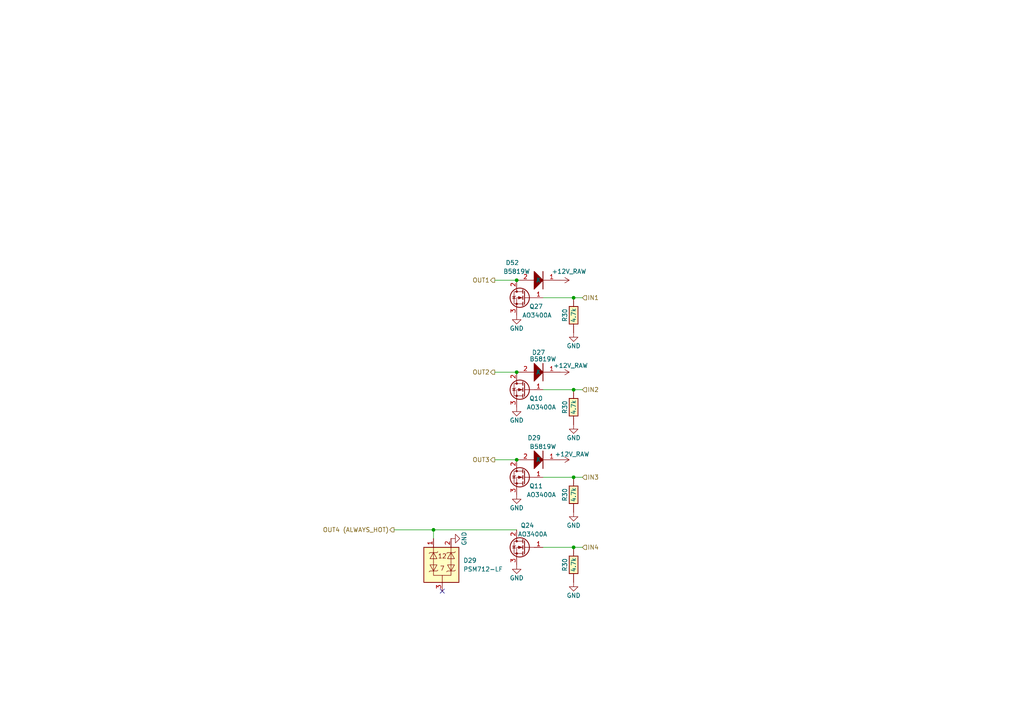
<source format=kicad_sch>
(kicad_sch (version 20230121) (generator eeschema)
  (paper "A4")
  (lib_symbols
    (symbol "hellen-one-common:+12V_RAW" (power) (pin_names (offset 0))
      (property "Value" "+12V_RAW" (at 0 3.556 0))
      (symbol "+12V_RAW_0_1"
        (polyline (pts (xy -0.762 1.27) (xy 0 2.54)))
        (polyline (pts (xy 0 0) (xy 0 2.54)))
        (polyline (pts (xy 0 2.54) (xy 0.762 1.27)))
      )
      (symbol "+12V_RAW_1_1"
        (pin power_in line (at 0 0 90) (length 0) hide (name "+12V_RAW") (number "1"))
      )
    )
    (symbol "hellen-one-common:1N4148WS"
      (property "Reference" "D" (at 0 2.54 0))
      (property "Value" "1N4148WS" (at 0 -3.81 0))
      (symbol "1N4148WS_1_0"
        (polyline (pts (xy 2.54 2.54) (xy 2.54 -2.54)) (stroke (width 0.254)))
        (polyline (pts (xy 0 -2.54) (xy 2.54 0) (xy 0 2.54) (xy 0 -2.54)) (stroke (width 0.254)) (fill (type outline)))
        (pin passive line (at 7.62 0 180) (length 5.08) (name "K") (number "1"))
        (pin passive line (at -5.08 0 0) (length 5.08) (name "A") (number "2"))
      )
    )
    (symbol "hellen-one-common:MOSFET-N" (pin_names hide)
      (property "Reference" "Q" (at 5.08 6.35 0))
      (property "Value" "MOSFET-N" (at 2.54 3.81 0))
      (symbol "MOSFET-N_0_1"
        (polyline (pts (xy 0.254 0) (xy -2.54 0)))
        (polyline (pts (xy 0.254 1.905) (xy 0.254 -1.905)) (stroke (width 0.254)))
        (polyline (pts (xy 0.762 -1.27) (xy 0.762 -2.286)) (stroke (width 0.254)))
        (polyline (pts (xy 0.762 0.508) (xy 0.762 -0.508)) (stroke (width 0.254)))
        (polyline (pts (xy 0.762 2.286) (xy 0.762 1.27)) (stroke (width 0.254)))
        (polyline (pts (xy 2.54 2.54) (xy 2.54 1.778)))
        (polyline (pts (xy 2.54 -2.54) (xy 2.54 0) (xy 0.762 0)))
        (polyline (pts (xy 0.762 -1.778) (xy 3.302 -1.778) (xy 3.302 1.778) (xy 0.762 1.778)))
        (polyline (pts (xy 1.016 0) (xy 2.032 0.381) (xy 2.032 -0.381) (xy 1.016 0)) (fill (type outline)))
        (polyline (pts (xy 2.794 0.508) (xy 2.921 0.381) (xy 3.683 0.381) (xy 3.81 0.254)))
        (polyline (pts (xy 3.302 0.381) (xy 2.921 -0.254) (xy 3.683 -0.254) (xy 3.302 0.381)))
        (circle (center 1.651 0) (radius 2.794) (stroke (width 0.254)))
        (circle (center 2.54 -1.778) (radius 0.254) (fill (type outline)))
        (circle (center 2.54 1.778) (radius 0.254) (fill (type outline)))
      )
      (symbol "MOSFET-N_1_1"
        (pin input line (at -5.08 0 0) (length 2.54) (name "G") (number "1"))
        (pin passive line (at 2.54 5.08 270) (length 2.54) (name "D") (number "2"))
        (pin passive line (at 2.54 -5.08 90) (length 2.54) (name "S") (number "3"))
      )
    )
    (symbol "hellen-one-common:PSM712"
      (property "Reference" "D?" (at 3.302 0.9085 0))
      (property "Value" "PSM712" (at 3.302 -1.8666 0))
      (symbol "PSM712_0_0"
        (text "12" (at -2.286 2.54 0) (effects (font (size 1.27 1.27))))
        (text "7" (at -2.286 -1.016 0) (effects (font (size 1.27 1.27))))
      )
      (symbol "PSM712_0_1"
        (rectangle (start -7.62 5.08) (end 2.54 -5.08) (stroke (width 0.254)) (fill (type background)))
        (polyline (pts (xy -4.826 5.08) (xy -4.826 -3.048) (xy -2.286 -3.048)) (stroke (width 0.1524)))
        (polyline (pts (xy -6.096 3.302) (xy -5.842 3.556) (xy -3.81 3.556) (xy -3.556 3.81)) (stroke (width 0.1524)))
        (polyline (pts (xy -4.826 -1.778) (xy -3.81 0) (xy -5.842 0) (xy -4.826 -1.778)) (stroke (width 0.1524)))
        (polyline (pts (xy -4.826 3.556) (xy -5.842 1.778) (xy -3.81 1.778) (xy -4.826 3.556)) (stroke (width 0.1524)))
        (polyline (pts (xy -3.556 -1.524) (xy -3.81 -1.778) (xy -5.842 -1.778) (xy -6.096 -2.032)) (stroke (width 0.1524)))
        (polyline (pts (xy -1.016 3.302) (xy -0.762 3.556) (xy 1.27 3.556) (xy 1.524 3.81)) (stroke (width 0.1524)))
        (polyline (pts (xy 0.254 -1.778) (xy 1.27 0) (xy -0.762 0) (xy 0.254 -1.778)) (stroke (width 0.1524)))
        (polyline (pts (xy 0.254 3.556) (xy -0.762 1.778) (xy 1.27 1.778) (xy 0.254 3.556)) (stroke (width 0.1524)))
        (polyline (pts (xy 0.254 5.08) (xy 0.254 -3.048) (xy -2.286 -3.048) (xy -2.286 -5.08)) (stroke (width 0.1524)))
        (polyline (pts (xy 1.524 -1.524) (xy 1.27 -1.778) (xy -0.762 -1.778) (xy -1.016 -2.032)) (stroke (width 0.1524)))
      )
      (symbol "PSM712_1_1"
        (pin passive line (at -4.826 7.62 270) (length 2.54) (name "") (number "1"))
        (pin passive line (at 0.254 7.62 270) (length 2.54) (name "") (number "2"))
        (pin passive line (at -2.286 -7.62 90) (length 2.54) (name "") (number "3"))
      )
    )
    (symbol "hellen-one-common:Res" (pin_numbers hide)
      (property "Reference" "R" (at 3.81 2.54 0))
      (property "Value" "Res" (at 5.08 -2.54 0))
      (symbol "Res_1_0"
        (rectangle (start 2.54 -1.27) (end 7.62 1.27) (stroke (width 0.254)) (fill (type background)))
        (pin passive line (at 0 0 0) (length 2.54) (name "") (number "1"))
        (pin passive line (at 10.16 0 180) (length 2.54) (name "") (number "2"))
      )
    )
    (symbol "power:GND" (power) (pin_names (offset 0))
      (property "Value" "GND" (at 0 -3.81 0))
      (symbol "GND_0_1"
        (polyline (pts (xy 0 0) (xy 0 -1.27) (xy 1.27 -1.27) (xy 0 -2.54) (xy -1.27 -1.27) (xy 0 -1.27)))
      )
      (symbol "GND_1_1"
        (pin power_in line (at 0 0 270) (length 0) hide (name "GND") (number "1"))
      )
    )
  )
  (junction (at 125.73 153.67))
  (junction (at 149.86 81.28))
  (junction (at 166.37 138.43))
  (junction (at 149.86 107.95))
  (junction (at 166.37 113.03))
  (junction (at 166.37 158.75))
  (junction (at 166.37 86.36))
  (junction (at 149.86 133.35))
  (no_connect (at 128.27 171.45))
  (wire (pts (xy 157.48 86.36) (xy 166.37 86.36)))
  (wire (pts (xy 166.37 113.03) (xy 168.91 113.03)))
  (wire (pts (xy 143.51 81.28) (xy 149.86 81.28)))
  (wire (pts (xy 143.51 107.95) (xy 149.86 107.95)))
  (wire (pts (xy 157.48 113.03) (xy 166.37 113.03)))
  (wire (pts (xy 166.37 158.75) (xy 168.91 158.75)))
  (wire (pts (xy 125.73 153.67) (xy 149.86 153.67)))
  (wire (pts (xy 125.73 153.67) (xy 125.73 156.21)))
  (wire (pts (xy 114.3 153.67) (xy 125.73 153.67)))
  (wire (pts (xy 143.51 133.35) (xy 149.86 133.35)))
  (wire (pts (xy 157.48 138.43) (xy 166.37 138.43)))
  (wire (pts (xy 166.37 86.36) (xy 168.91 86.36)))
  (wire (pts (xy 166.37 138.43) (xy 168.91 138.43)))
  (wire (pts (xy 157.48 158.75) (xy 166.37 158.75)))
  (hierarchical_label "OUT1" (shape output) (at 143.51 81.28 180))
  (hierarchical_label "IN3" (shape input) (at 168.91 138.43 0))
  (hierarchical_label "OUT4 (ALWAYS_HOT)" (shape output) (at 114.3 153.67 180))
  (hierarchical_label "OUT3" (shape output) (at 143.51 133.35 180))
  (hierarchical_label "IN4" (shape input) (at 168.91 158.75 0))
  (hierarchical_label "IN1" (shape input) (at 168.91 86.36 0))
  (hierarchical_label "OUT2" (shape output) (at 143.51 107.95 180))
  (hierarchical_label "IN2" (shape input) (at 168.91 113.03 0))
  (symbol (lib_id "hellen-one-common:Res") (at 166.37 138.43 90) (mirror x) (unit 1)
    (property "Reference" "R30" (at 163.83 143.51 0))
    (property "Value" "4.7k" (at 166.37 143.51 0))
    (property "Footprint" "hellen-one-common:R0603" (effects hide))
    (property "LCSC" "C23162" (effects hide))
    (instances (project "alphax_4ch" (path "" (reference "R30") (unit 1)) (path "" (reference "R101") (unit 1)) (path "" (reference "R105") (unit 1)) (path "" (reference "R109") (unit 1)) (path "" (reference "R1110") (unit 1))))
  )
  (symbol (lib_id "power:GND") (at 130.81 156.21 90) (mirror x) (unit 1)
    (property "Reference" "#PWR0140" (effects hide))
    (property "Value" "GND" (at 134.62 156.21 0))
    (instances (project "alphax_4ch" (path "" (reference "#PWR0140") (unit 1)) (path "" (reference "#PWR0184") (unit 1))))
  )
  (symbol (lib_id "hellen-one-common:1N4148WS") (at 154.94 107.95 0) (unit 1)
    (property "Reference" "D27" (at 156.21 102.235 0))
    (property "Value" "B5819W" (at 157.48 104.14 0))
    (property "Footprint" "hellen-one-common:SOD-123" (effects hide))
    (property "LCSC" "C8598" (effects hide))
    (instances (project "alphax_4ch" (path "" (reference "D27") (unit 1)) (path "" (reference "D52") (unit 1))))
  )
  (symbol (lib_id "power:GND") (at 166.37 96.52 0) (unit 1)
    (property "Reference" "#PWR035" (effects hide))
    (property "Value" "GND" (at 166.37 100.33 0))
    (instances (project "alphax_4ch" (path "" (reference "#PWR035") (unit 1)) (path "" (reference "#PWR071") (unit 1)) (path "" (reference "#PWR0143") (unit 1)) (path "" (reference "#PWR0205") (unit 1)) (path "" (reference "#PWR0200") (unit 1))))
  )
  (symbol (lib_id "power:GND") (at 149.86 91.44 0) (mirror y) (unit 1)
    (property "Reference" "#PWR0122" (effects hide))
    (property "Value" "GND" (at 149.86 95.25 0))
    (instances (project "alphax_4ch" (path "" (reference "#PWR0122") (unit 1)) (path "" (reference "#PWR0199") (unit 1))))
  )
  (symbol (lib_id "hellen-one-common:Res") (at 166.37 86.36 90) (mirror x) (unit 1)
    (property "Reference" "R30" (at 163.83 91.44 0))
    (property "Value" "4.7k" (at 166.37 91.44 0))
    (property "Footprint" "hellen-one-common:R0603" (effects hide))
    (property "LCSC" "C23162" (effects hide))
    (instances (project "alphax_4ch" (path "" (reference "R30") (unit 1)) (path "" (reference "R101") (unit 1)) (path "" (reference "R105") (unit 1)) (path "" (reference "R109") (unit 1)) (path "" (reference "R1112") (unit 1))))
  )
  (symbol (lib_id "hellen-one-common:Res") (at 166.37 113.03 90) (mirror x) (unit 1)
    (property "Reference" "R30" (at 163.83 118.11 0))
    (property "Value" "4.7k" (at 166.37 118.11 0))
    (property "Footprint" "hellen-one-common:R0603" (effects hide))
    (property "LCSC" "C23162" (effects hide))
    (instances (project "alphax_4ch" (path "" (reference "R30") (unit 1)) (path "" (reference "R101") (unit 1)) (path "" (reference "R105") (unit 1)) (path "" (reference "R109") (unit 1)) (path "" (reference "R1111") (unit 1))))
  )
  (symbol (lib_id "power:GND") (at 149.86 118.11 0) (mirror y) (unit 1)
    (property "Reference" "#PWR042" (effects hide))
    (property "Value" "GND" (at 149.86 121.92 0))
    (instances (project "alphax_4ch" (path "" (reference "#PWR042") (unit 1)) (path "" (reference "#PWR0198") (unit 1))))
  )
  (symbol (lib_id "hellen-one-common:1N4148WS") (at 154.94 133.35 0) (unit 1)
    (property "Reference" "D29" (at 154.94 127 0))
    (property "Value" "B5819W" (at 157.48 129.54 0))
    (property "Footprint" "hellen-one-common:SOD-123" (effects hide))
    (property "LCSC" "C8598" (effects hide))
    (instances (project "alphax_4ch" (path "" (reference "D29") (unit 1)) (path "" (reference "D72") (unit 1))))
  )
  (symbol (lib_id "hellen-one-common:MOSFET-N") (at 152.4 113.03 0) (mirror y) (unit 1)
    (property "Reference" "Q10" (at 157.48 115.57 0) (effects (justify left)))
    (property "Value" "AO3400A" (at 161.29 118.11 0) (effects (justify left)))
    (property "Footprint" "hellen-one-common:SOT-23" (effects hide))
    (property "LCSC" " C20917" (effects hide))
    (instances (project "alphax_4ch" (path "" (reference "Q10") (unit 1)) (path "" (reference "Q24") (unit 1))))
  )
  (symbol (lib_id "power:GND") (at 149.86 163.83 0) (mirror y) (unit 1)
    (property "Reference" "#PWR0123" (effects hide))
    (property "Value" "GND" (at 149.86 167.64 0))
    (instances (project "alphax_4ch" (path "" (reference "#PWR0123") (unit 1)) (path "" (reference "#PWR0195") (unit 1))))
  )
  (symbol (lib_id "hellen-one-common:PSM712") (at 130.556 163.83 0) (unit 1)
    (property "Reference" "D29" (at 134.366 162.56 0) (effects (justify left)))
    (property "Value" "PSM712-LF" (at 134.366 165.1 0) (effects (justify left)))
    (property "Footprint" "hellen-one-common:SOT-23" (effects hide))
    (property "Datasheet" "https://datasheet.lcsc.com/lcsc/1811061632_ProTek-Devices-PSM712-LF-T7_C32677.pdf" (effects hide))
    (property "LCSC" "C32677" (effects hide))
  )
  (symbol (lib_id "hellen-one-common:MOSFET-N") (at 152.4 86.36 0) (mirror y) (unit 1)
    (property "Reference" "Q27" (at 157.48 88.9 0) (effects (justify left)))
    (property "Value" "AO3400A" (at 160.02 91.44 0) (effects (justify left)))
    (property "Footprint" "hellen-one-common:SOT-23" (effects hide))
    (property "LCSC" " C20917" (effects hide))
    (instances (project "alphax_4ch" (path "" (reference "Q27") (unit 1)) (path "" (reference "Q11") (unit 1))))
  )
  (symbol (lib_id "power:GND") (at 166.37 148.59 0) (unit 1)
    (property "Reference" "#PWR035" (effects hide))
    (property "Value" "GND" (at 166.37 152.4 0))
    (instances (project "alphax_4ch" (path "" (reference "#PWR035") (unit 1)) (path "" (reference "#PWR071") (unit 1)) (path "" (reference "#PWR0143") (unit 1)) (path "" (reference "#PWR0205") (unit 1)) (path "" (reference "#PWR0183") (unit 1))))
  )
  (symbol (lib_id "hellen-one-common:MOSFET-N") (at 152.4 158.75 0) (mirror y) (unit 1)
    (property "Reference" "Q24" (at 154.94 152.4 0) (effects (justify left)))
    (property "Value" "AO3400A" (at 158.75 154.94 0) (effects (justify left)))
    (property "Footprint" "hellen-one-common:SOT-23" (effects hide))
    (property "LCSC" " C20917" (effects hide))
    (instances (project "alphax_4ch" (path "" (reference "Q24") (unit 1)) (path "" (reference "Q10") (unit 1))))
  )
  (symbol (lib_id "hellen-one-common:1N4148WS") (at 154.94 81.28 0) (unit 1)
    (property "Reference" "D52" (at 148.59 76.2 0))
    (property "Value" "B5819W" (at 149.86 78.74 0))
    (property "Footprint" "hellen-one-common:SOD-123" (effects hide))
    (property "LCSC" "C8598" (effects hide))
    (instances (project "alphax_4ch" (path "" (reference "D52") (unit 1)) (path "" (reference "D49") (unit 1))))
  )
  (symbol (lib_id "power:GND") (at 166.37 123.19 0) (unit 1)
    (property "Reference" "#PWR035" (effects hide))
    (property "Value" "GND" (at 166.37 127 0))
    (instances (project "alphax_4ch" (path "" (reference "#PWR035") (unit 1)) (path "" (reference "#PWR071") (unit 1)) (path "" (reference "#PWR0143") (unit 1)) (path "" (reference "#PWR0205") (unit 1)) (path "" (reference "#PWR0194") (unit 1))))
  )
  (symbol (lib_id "hellen-one-common:+12V_RAW") (at 162.56 133.35 270) (mirror x) (unit 1)
    (property "Reference" "#PWR069" (effects hide))
    (property "Value" "+12V_RAW" (at 160.895 131.7491 90) (effects (justify left)))
    (instances (project "alphax_4ch" (path "" (reference "#PWR069") (unit 1)) (path "" (reference "#PWR0188") (unit 1))))
  )
  (symbol (lib_id "power:GND") (at 149.86 143.51 0) (mirror y) (unit 1)
    (property "Reference" "#PWR053" (effects hide))
    (property "Value" "GND" (at 149.86 147.32 0))
    (instances (project "alphax_4ch" (path "" (reference "#PWR053") (unit 1)) (path "" (reference "#PWR0197") (unit 1))))
  )
  (symbol (lib_id "power:GND") (at 166.37 168.91 0) (unit 1)
    (property "Reference" "#PWR035" (effects hide))
    (property "Value" "GND" (at 166.37 172.72 0))
    (instances (project "alphax_4ch" (path "" (reference "#PWR035") (unit 1)) (path "" (reference "#PWR071") (unit 1)) (path "" (reference "#PWR0143") (unit 1)) (path "" (reference "#PWR0205") (unit 1)) (path "" (reference "#PWR0196") (unit 1))))
  )
  (symbol (lib_id "hellen-one-common:MOSFET-N") (at 152.4 138.43 0) (mirror y) (unit 1)
    (property "Reference" "Q11" (at 157.48 140.97 0) (effects (justify left)))
    (property "Value" "AO3400A" (at 161.29 143.51 0) (effects (justify left)))
    (property "Footprint" "hellen-one-common:SOT-23" (effects hide))
    (property "LCSC" " C20917" (effects hide))
    (instances (project "alphax_4ch" (path "" (reference "Q11") (unit 1)) (path "" (reference "Q27") (unit 1))))
  )
  (symbol (lib_id "hellen-one-common:+12V_RAW") (at 162.56 81.28 270) (mirror x) (unit 1)
    (property "Reference" "#PWR0121" (effects hide))
    (property "Value" "+12V_RAW" (at 160.02 78.74 90) (effects (justify left)))
    (instances (project "alphax_4ch" (path "" (reference "#PWR0121") (unit 1)) (path "" (reference "#PWR0186") (unit 1))))
  )
  (symbol (lib_id "hellen-one-common:Res") (at 166.37 158.75 90) (mirror x) (unit 1)
    (property "Reference" "R30" (at 163.83 163.83 0))
    (property "Value" "4.7k" (at 166.37 163.83 0))
    (property "Footprint" "hellen-one-common:R0603" (effects hide))
    (property "LCSC" "C23162" (effects hide))
    (instances (project "alphax_4ch" (path "" (reference "R30") (unit 1)) (path "" (reference "R101") (unit 1)) (path "" (reference "R105") (unit 1)) (path "" (reference "R109") (unit 1)) (path "" (reference "R1113") (unit 1))))
  )
  (symbol (lib_id "hellen-one-common:+12V_RAW") (at 162.56 107.95 270) (mirror x) (unit 1)
    (property "Reference" "#PWR049" (effects hide))
    (property "Value" "+12V_RAW" (at 160.4522 106.0384 90) (effects (justify left)))
    (instances (project "alphax_4ch" (path "" (reference "#PWR049") (unit 1)) (path "" (reference "#PWR0187") (unit 1))))
  )
)
</source>
